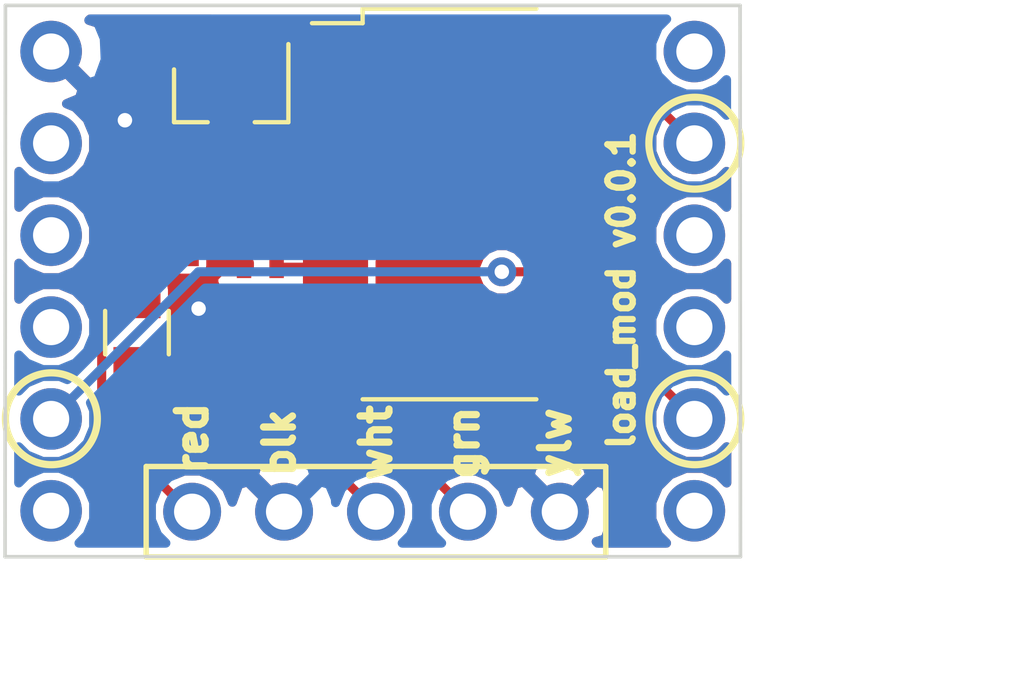
<source format=kicad_pcb>
(kicad_pcb (version 20171130) (host pcbnew "(5.0.1-3-g963ef8bb5)")

  (general
    (thickness 1.6)
    (drawings 11)
    (tracks 71)
    (zones 0)
    (modules 15)
    (nets 25)
  )

  (page A4)
  (layers
    (0 F.Cu signal)
    (31 B.Cu signal)
    (32 B.Adhes user)
    (33 F.Adhes user)
    (34 B.Paste user)
    (35 F.Paste user)
    (36 B.SilkS user)
    (37 F.SilkS user)
    (38 B.Mask user)
    (39 F.Mask user)
    (40 Dwgs.User user)
    (41 Cmts.User user)
    (42 Eco1.User user)
    (43 Eco2.User user)
    (44 Edge.Cuts user)
    (45 Margin user)
    (46 B.CrtYd user)
    (47 F.CrtYd user)
    (48 B.Fab user)
    (49 F.Fab user)
  )

  (setup
    (last_trace_width 0.25)
    (trace_clearance 0.2)
    (zone_clearance 0.2)
    (zone_45_only no)
    (trace_min 0.2)
    (segment_width 0.2)
    (edge_width 0.15)
    (via_size 0.8)
    (via_drill 0.4)
    (via_min_size 0.4)
    (via_min_drill 0.3)
    (uvia_size 0.3)
    (uvia_drill 0.1)
    (uvias_allowed no)
    (uvia_min_size 0.2)
    (uvia_min_drill 0.1)
    (pcb_text_width 0.3)
    (pcb_text_size 1.5 1.5)
    (mod_edge_width 0.15)
    (mod_text_size 1 1)
    (mod_text_width 0.15)
    (pad_size 1.524 1.524)
    (pad_drill 0.762)
    (pad_to_mask_clearance 0.051)
    (solder_mask_min_width 0.25)
    (aux_axis_origin 0 0)
    (grid_origin 162.4811 75.7886)
    (visible_elements FFFFFF7F)
    (pcbplotparams
      (layerselection 0x310fc_ffffffff)
      (usegerberextensions false)
      (usegerberattributes false)
      (usegerberadvancedattributes false)
      (creategerberjobfile false)
      (excludeedgelayer true)
      (linewidth 0.100000)
      (plotframeref false)
      (viasonmask false)
      (mode 1)
      (useauxorigin false)
      (hpglpennumber 1)
      (hpglpenspeed 20)
      (hpglpendiameter 15.000000)
      (psnegative false)
      (psa4output false)
      (plotreference true)
      (plotvalue true)
      (plotinvisibletext false)
      (padsonsilk false)
      (subtractmaskfromsilk false)
      (outputformat 1)
      (mirror false)
      (drillshape 0)
      (scaleselection 1)
      (outputdirectory "gerber/"))
  )

  (net 0 "")
  (net 1 "Net-(J2-Pad8)")
  (net 2 /SCK)
  (net 3 "Net-(J2-Pad10)")
  (net 4 "Net-(J2-Pad3)")
  (net 5 "Net-(J2-Pad9)")
  (net 6 GND)
  (net 7 /DAT)
  (net 8 "Net-(J2-Pad4)")
  (net 9 "Net-(J2-Pad6)")
  (net 10 +3V3)
  (net 11 "Net-(Q1-Pad1)")
  (net 12 "Net-(L1-Pad2)")
  (net 13 "Net-(U1-Pad13)")
  (net 14 "Net-(U1-Pad10)")
  (net 15 "Net-(U1-Pad9)")
  (net 16 "Net-(C4-Pad2)")
  (net 17 "Net-(C4-Pad1)")
  (net 18 "Net-(C3-Pad2)")
  (net 19 "Net-(R1-Pad2)")
  (net 20 "Net-(C1-Pad1)")
  (net 21 /A-)
  (net 22 /A+)
  (net 23 "Net-(J2-Pad1)")
  (net 24 "Net-(J2-Pad12)")

  (net_class Default "Ceci est la Netclass par défaut."
    (clearance 0.2)
    (trace_width 0.25)
    (via_dia 0.8)
    (via_drill 0.4)
    (uvia_dia 0.3)
    (uvia_drill 0.1)
    (add_net +3V3)
    (add_net /A+)
    (add_net /A-)
    (add_net /DAT)
    (add_net /SCK)
    (add_net GND)
    (add_net "Net-(C1-Pad1)")
    (add_net "Net-(C3-Pad2)")
    (add_net "Net-(C4-Pad1)")
    (add_net "Net-(C4-Pad2)")
    (add_net "Net-(J2-Pad1)")
    (add_net "Net-(J2-Pad10)")
    (add_net "Net-(J2-Pad12)")
    (add_net "Net-(J2-Pad3)")
    (add_net "Net-(J2-Pad4)")
    (add_net "Net-(J2-Pad6)")
    (add_net "Net-(J2-Pad8)")
    (add_net "Net-(J2-Pad9)")
    (add_net "Net-(L1-Pad2)")
    (add_net "Net-(Q1-Pad1)")
    (add_net "Net-(R1-Pad2)")
    (add_net "Net-(U1-Pad10)")
    (add_net "Net-(U1-Pad13)")
    (add_net "Net-(U1-Pad9)")
  )

  (module Common_Footprint:SOP-16_4.4x10.4mm_Pitch1.27mm (layer F.Cu) (tedit 5D19E2EA) (tstamp 5D19F484)
    (at 174.752 81.28)
    (descr "16-Lead Plastic Small Outline http://www.vishay.com/docs/49633/sg2098.pdf")
    (tags "SOP 1.27")
    (path /5D0D051D)
    (attr smd)
    (fp_text reference U1 (at 0 -6.2) (layer F.SilkS) hide
      (effects (font (size 1 1) (thickness 0.15)))
    )
    (fp_text value HX711 (at 0 6.1) (layer F.Fab) hide
      (effects (font (size 1 1) (thickness 0.15)))
    )
    (fp_text user %R (at 0 0) (layer F.Fab)
      (effects (font (size 0.8 0.8) (thickness 0.15)))
    )
    (fp_line (start -2.2 -4.6) (end -1.6 -5.2) (layer F.Fab) (width 0.1))
    (fp_line (start -2.4 -5.4) (end -2.4 -5) (layer F.SilkS) (width 0.12))
    (fp_line (start -2.4 -5) (end -3.8 -5) (layer F.SilkS) (width 0.12))
    (fp_line (start -1.6 -5.2) (end 2.2 -5.2) (layer F.Fab) (width 0.1))
    (fp_line (start 2.2 -5.2) (end 2.2 5.2) (layer F.Fab) (width 0.1))
    (fp_line (start 2.2 5.2) (end -2.2 5.2) (layer F.Fab) (width 0.1))
    (fp_line (start -2.2 5.2) (end -2.2 -4.6) (layer F.Fab) (width 0.1))
    (fp_line (start -2.4 -5.4) (end 2.4 -5.4) (layer F.SilkS) (width 0.12))
    (fp_line (start -2.4 5.4) (end 2.4 5.4) (layer F.SilkS) (width 0.12))
    (fp_line (start -4.05 -5.45) (end 4.05 -5.45) (layer F.CrtYd) (width 0.05))
    (fp_line (start -4.05 -5.45) (end -4.05 5.45) (layer F.CrtYd) (width 0.05))
    (fp_line (start 4.05 5.45) (end 4.05 -5.45) (layer F.CrtYd) (width 0.05))
    (fp_line (start 4.05 5.45) (end -4.05 5.45) (layer F.CrtYd) (width 0.05))
    (pad 1 smd rect (at -3.15 -4.45) (size 1.8 0.8) (layers F.Cu F.Paste F.Mask)
      (net 10 +3V3))
    (pad 2 smd rect (at -3.15 -3.17) (size 1.8 0.8) (layers F.Cu F.Paste F.Mask)
      (net 11 "Net-(Q1-Pad1)"))
    (pad 3 smd rect (at -3.15 -1.91) (size 1.8 0.8) (layers F.Cu F.Paste F.Mask)
      (net 12 "Net-(L1-Pad2)"))
    (pad 4 smd rect (at -3.15 -0.64) (size 1.8 0.8) (layers F.Cu F.Paste F.Mask)
      (net 19 "Net-(R1-Pad2)"))
    (pad 5 smd rect (at -3.15 0.64) (size 1.8 0.8) (layers F.Cu F.Paste F.Mask)
      (net 6 GND))
    (pad 6 smd rect (at -3.15 1.91) (size 1.8 0.8) (layers F.Cu F.Paste F.Mask)
      (net 18 "Net-(C3-Pad2)"))
    (pad 7 smd rect (at -3.15 3.17) (size 1.8 0.8) (layers F.Cu F.Paste F.Mask)
      (net 17 "Net-(C4-Pad1)"))
    (pad 8 smd rect (at -3.15 4.45) (size 1.8 0.8) (layers F.Cu F.Paste F.Mask)
      (net 16 "Net-(C4-Pad2)"))
    (pad 9 smd rect (at 3.15 4.45) (size 1.8 0.8) (layers F.Cu F.Paste F.Mask)
      (net 15 "Net-(U1-Pad9)"))
    (pad 10 smd rect (at 3.15 3.17) (size 1.8 0.8) (layers F.Cu F.Paste F.Mask)
      (net 14 "Net-(U1-Pad10)"))
    (pad 11 smd rect (at 3.15 1.91) (size 1.8 0.8) (layers F.Cu F.Paste F.Mask)
      (net 2 /SCK))
    (pad 12 smd rect (at 3.15 0.64) (size 1.8 0.8) (layers F.Cu F.Paste F.Mask)
      (net 7 /DAT))
    (pad 13 smd rect (at 3.15 -0.64) (size 1.8 0.8) (layers F.Cu F.Paste F.Mask)
      (net 13 "Net-(U1-Pad13)"))
    (pad 14 smd rect (at 3.15 -1.91) (size 1.8 0.8) (layers F.Cu F.Paste F.Mask)
      (net 6 GND))
    (pad 15 smd rect (at 3.15 -3.17) (size 1.8 0.8) (layers F.Cu F.Paste F.Mask)
      (net 6 GND))
    (pad 16 smd rect (at 3.15 -4.45) (size 1.8 0.8) (layers F.Cu F.Paste F.Mask)
      (net 10 +3V3))
    (model ${KISYS3DMOD}/SOP16.STEP
      (at (xyz 0 0 0))
      (scale (xyz 1 1 1))
      (rotate (xyz 0 0 180))
    )
  )

  (module Common_Footprint:826926-5 (layer F.Cu) (tedit 5D19D994) (tstamp 5D19EE43)
    (at 172.72 89.789)
    (path /5D1BF487)
    (fp_text reference J1 (at -4.3 2.2) (layer F.Fab) hide
      (effects (font (size 1 1) (thickness 0.15)))
    )
    (fp_text value Header5Contacts (at -2.5 -2) (layer F.Fab) hide
      (effects (font (size 1 1) (thickness 0.15)))
    )
    (fp_line (start -6.35 -1.25) (end -6.35 1.25) (layer F.SilkS) (width 0.15))
    (fp_line (start 6.35 -1.25) (end 6.35 1.25) (layer F.SilkS) (width 0.15))
    (fp_line (start -6.35 1.25) (end 6.35 1.25) (layer F.SilkS) (width 0.15))
    (fp_line (start -6.35 -1.25) (end 6.35 -1.25) (layer F.SilkS) (width 0.15))
    (pad 5 thru_hole circle (at 5.08 0) (size 1.6 1.6) (drill 1) (layers *.Cu *.Mask)
      (net 6 GND))
    (pad 4 thru_hole circle (at 2.54 0) (size 1.6 1.6) (drill 1) (layers *.Cu *.Mask)
      (net 22 /A+))
    (pad 3 thru_hole circle (at 0 0) (size 1.6 1.6) (drill 1) (layers *.Cu *.Mask)
      (net 21 /A-))
    (pad 2 thru_hole circle (at -2.54 0) (size 1.6 1.6) (drill 1) (layers *.Cu *.Mask)
      (net 6 GND))
    (pad 1 thru_hole circle (at -5.08 0) (size 1.6 1.6) (drill 1) (layers *.Cu *.Mask)
      (net 20 "Net-(C1-Pad1)"))
    (model ${KISYS3DMOD}/Connector_5cts_p2.54-826629-5.stp
      (offset (xyz 0.04999999924907534 0 2.89999995644637))
      (scale (xyz 1 1 1))
      (rotate (xyz 0 0 0))
    )
  )

  (module Common_Footprint:1008 (layer F.Cu) (tedit 5D19D74E) (tstamp 5D19EE49)
    (at 166.624 81.649 90)
    (path /5D1A64EC)
    (fp_text reference L1 (at 0 0 90) (layer F.Fab)
      (effects (font (size 1 1) (thickness 0.15)))
    )
    (fp_text value 3.3uh (at 0 -2.032 90) (layer F.Fab) hide
      (effects (font (size 1 1) (thickness 0.15)))
    )
    (pad 2 smd rect (at 0.75 0 180) (size 2.4 1.2) (layers F.Cu F.Paste F.Mask)
      (net 12 "Net-(L1-Pad2)"))
    (pad 1 smd rect (at -0.75 0 180) (size 2.4 1.2) (layers F.Cu F.Paste F.Mask)
      (net 20 "Net-(C1-Pad1)"))
    (model ${KISYS3DMOD}/1008.STEP
      (offset (xyz 0 -1.1 0.9))
      (scale (xyz 1 1 1))
      (rotate (xyz 0 0 0))
    )
  )

  (module Common_Footprint:R_0402_NoSilk (layer F.Cu) (tedit 5E8B6747) (tstamp 5D19EE36)
    (at 169.6511 86.3296)
    (descr "Resistor SMD 0402, reflow soldering, Vishay (see dcrcw.pdf)")
    (tags "resistor 0402")
    (path /5D1AF3F5)
    (attr smd)
    (fp_text reference R4 (at 0 0) (layer F.Fab)
      (effects (font (size 0.25 0.25) (thickness 0.0625)))
    )
    (fp_text value 100 (at 0 1.25) (layer F.Fab) hide
      (effects (font (size 1 1) (thickness 0.15)))
    )
    (fp_line (start 0.8 0.45) (end -0.8 0.45) (layer F.CrtYd) (width 0.05))
    (fp_line (start 0.8 0.45) (end 0.8 -0.45) (layer F.CrtYd) (width 0.05))
    (fp_line (start -0.8 -0.45) (end -0.8 0.45) (layer F.CrtYd) (width 0.05))
    (fp_line (start -0.8 -0.45) (end 0.8 -0.45) (layer F.CrtYd) (width 0.05))
    (fp_line (start -0.5 -0.25) (end 0.5 -0.25) (layer F.Fab) (width 0.1))
    (fp_line (start 0.5 -0.25) (end 0.5 0.25) (layer F.Fab) (width 0.1))
    (fp_line (start 0.5 0.25) (end -0.5 0.25) (layer F.Fab) (width 0.1))
    (fp_line (start -0.5 0.25) (end -0.5 -0.25) (layer F.Fab) (width 0.1))
    (pad 2 smd rect (at 0.45 0) (size 0.4 0.6) (layers F.Cu F.Paste F.Mask)
      (net 16 "Net-(C4-Pad2)"))
    (pad 1 smd rect (at -0.45 0) (size 0.4 0.6) (layers F.Cu F.Paste F.Mask)
      (net 22 /A+))
    (model "${KISYS3DMOD}/0402 SMD Resistor.step"
      (at (xyz 0 0 0))
      (scale (xyz 1 1 1))
      (rotate (xyz 0 0 90))
    )
  )

  (module Common_Footprint:R_0402_NoSilk (layer F.Cu) (tedit 5E8B6747) (tstamp 5D19EE28)
    (at 168.9581 84.8746 90)
    (descr "Resistor SMD 0402, reflow soldering, Vishay (see dcrcw.pdf)")
    (tags "resistor 0402")
    (path /5D1ADCA7)
    (attr smd)
    (fp_text reference R3 (at 0 0 90) (layer F.Fab)
      (effects (font (size 0.25 0.25) (thickness 0.0625)))
    )
    (fp_text value 100 (at 0 1.25 90) (layer F.Fab) hide
      (effects (font (size 1 1) (thickness 0.15)))
    )
    (fp_line (start 0.8 0.45) (end -0.8 0.45) (layer F.CrtYd) (width 0.05))
    (fp_line (start 0.8 0.45) (end 0.8 -0.45) (layer F.CrtYd) (width 0.05))
    (fp_line (start -0.8 -0.45) (end -0.8 0.45) (layer F.CrtYd) (width 0.05))
    (fp_line (start -0.8 -0.45) (end 0.8 -0.45) (layer F.CrtYd) (width 0.05))
    (fp_line (start -0.5 -0.25) (end 0.5 -0.25) (layer F.Fab) (width 0.1))
    (fp_line (start 0.5 -0.25) (end 0.5 0.25) (layer F.Fab) (width 0.1))
    (fp_line (start 0.5 0.25) (end -0.5 0.25) (layer F.Fab) (width 0.1))
    (fp_line (start -0.5 0.25) (end -0.5 -0.25) (layer F.Fab) (width 0.1))
    (pad 2 smd rect (at 0.45 0 90) (size 0.4 0.6) (layers F.Cu F.Paste F.Mask)
      (net 17 "Net-(C4-Pad1)"))
    (pad 1 smd rect (at -0.45 0 90) (size 0.4 0.6) (layers F.Cu F.Paste F.Mask)
      (net 21 /A-))
    (model "${KISYS3DMOD}/0402 SMD Resistor.step"
      (at (xyz 0 0 0))
      (scale (xyz 1 1 1))
      (rotate (xyz 0 0 90))
    )
  )

  (module Common_Footprint:R_0402_NoSilk (layer F.Cu) (tedit 5E8B6747) (tstamp 5D19EE1A)
    (at 169.5241 81.8846 180)
    (descr "Resistor SMD 0402, reflow soldering, Vishay (see dcrcw.pdf)")
    (tags "resistor 0402")
    (path /5D1A53CC)
    (attr smd)
    (fp_text reference R2 (at 0 0 180) (layer F.Fab)
      (effects (font (size 0.25 0.25) (thickness 0.0625)))
    )
    (fp_text value 8.2K (at 0 1.25 180) (layer F.Fab) hide
      (effects (font (size 1 1) (thickness 0.15)))
    )
    (fp_line (start 0.8 0.45) (end -0.8 0.45) (layer F.CrtYd) (width 0.05))
    (fp_line (start 0.8 0.45) (end 0.8 -0.45) (layer F.CrtYd) (width 0.05))
    (fp_line (start -0.8 -0.45) (end -0.8 0.45) (layer F.CrtYd) (width 0.05))
    (fp_line (start -0.8 -0.45) (end 0.8 -0.45) (layer F.CrtYd) (width 0.05))
    (fp_line (start -0.5 -0.25) (end 0.5 -0.25) (layer F.Fab) (width 0.1))
    (fp_line (start 0.5 -0.25) (end 0.5 0.25) (layer F.Fab) (width 0.1))
    (fp_line (start 0.5 0.25) (end -0.5 0.25) (layer F.Fab) (width 0.1))
    (fp_line (start -0.5 0.25) (end -0.5 -0.25) (layer F.Fab) (width 0.1))
    (pad 2 smd rect (at 0.45 0 180) (size 0.4 0.6) (layers F.Cu F.Paste F.Mask)
      (net 6 GND))
    (pad 1 smd rect (at -0.45 0 180) (size 0.4 0.6) (layers F.Cu F.Paste F.Mask)
      (net 19 "Net-(R1-Pad2)"))
    (model "${KISYS3DMOD}/0402 SMD Resistor.step"
      (at (xyz 0 0 0))
      (scale (xyz 1 1 1))
      (rotate (xyz 0 0 90))
    )
  )

  (module Common_Footprint:R_0402_NoSilk (layer F.Cu) (tedit 5E8B6747) (tstamp 5D19EE0C)
    (at 169.5241 80.7416)
    (descr "Resistor SMD 0402, reflow soldering, Vishay (see dcrcw.pdf)")
    (tags "resistor 0402")
    (path /5D1A52F5)
    (attr smd)
    (fp_text reference R1 (at 0 0) (layer F.Fab)
      (effects (font (size 0.25 0.25) (thickness 0.0625)))
    )
    (fp_text value 20K (at 0 1.25) (layer F.Fab) hide
      (effects (font (size 1 1) (thickness 0.15)))
    )
    (fp_line (start 0.8 0.45) (end -0.8 0.45) (layer F.CrtYd) (width 0.05))
    (fp_line (start 0.8 0.45) (end 0.8 -0.45) (layer F.CrtYd) (width 0.05))
    (fp_line (start -0.8 -0.45) (end -0.8 0.45) (layer F.CrtYd) (width 0.05))
    (fp_line (start -0.8 -0.45) (end 0.8 -0.45) (layer F.CrtYd) (width 0.05))
    (fp_line (start -0.5 -0.25) (end 0.5 -0.25) (layer F.Fab) (width 0.1))
    (fp_line (start 0.5 -0.25) (end 0.5 0.25) (layer F.Fab) (width 0.1))
    (fp_line (start 0.5 0.25) (end -0.5 0.25) (layer F.Fab) (width 0.1))
    (fp_line (start -0.5 0.25) (end -0.5 -0.25) (layer F.Fab) (width 0.1))
    (pad 2 smd rect (at 0.45 0) (size 0.4 0.6) (layers F.Cu F.Paste F.Mask)
      (net 19 "Net-(R1-Pad2)"))
    (pad 1 smd rect (at -0.45 0) (size 0.4 0.6) (layers F.Cu F.Paste F.Mask)
      (net 12 "Net-(L1-Pad2)"))
    (model "${KISYS3DMOD}/0402 SMD Resistor.step"
      (at (xyz 0 0 0))
      (scale (xyz 1 1 1))
      (rotate (xyz 0 0 90))
    )
  )

  (module Common_Footprint:R_0402_NoSilk (layer F.Cu) (tedit 5E8B6747) (tstamp 5D19EDFE)
    (at 179.578 77.782 270)
    (descr "Resistor SMD 0402, reflow soldering, Vishay (see dcrcw.pdf)")
    (tags "resistor 0402")
    (path /5D1ABA45)
    (attr smd)
    (fp_text reference C6 (at 0 0 270) (layer F.Fab)
      (effects (font (size 0.25 0.25) (thickness 0.0625)))
    )
    (fp_text value 0.1uf (at 0 1.25 270) (layer F.Fab) hide
      (effects (font (size 1 1) (thickness 0.15)))
    )
    (fp_line (start 0.8 0.45) (end -0.8 0.45) (layer F.CrtYd) (width 0.05))
    (fp_line (start 0.8 0.45) (end 0.8 -0.45) (layer F.CrtYd) (width 0.05))
    (fp_line (start -0.8 -0.45) (end -0.8 0.45) (layer F.CrtYd) (width 0.05))
    (fp_line (start -0.8 -0.45) (end 0.8 -0.45) (layer F.CrtYd) (width 0.05))
    (fp_line (start -0.5 -0.25) (end 0.5 -0.25) (layer F.Fab) (width 0.1))
    (fp_line (start 0.5 -0.25) (end 0.5 0.25) (layer F.Fab) (width 0.1))
    (fp_line (start 0.5 0.25) (end -0.5 0.25) (layer F.Fab) (width 0.1))
    (fp_line (start -0.5 0.25) (end -0.5 -0.25) (layer F.Fab) (width 0.1))
    (pad 2 smd rect (at 0.45 0 270) (size 0.4 0.6) (layers F.Cu F.Paste F.Mask)
      (net 6 GND))
    (pad 1 smd rect (at -0.45 0 270) (size 0.4 0.6) (layers F.Cu F.Paste F.Mask)
      (net 10 +3V3))
    (model "${KISYS3DMOD}/0402 SMD Resistor.step"
      (at (xyz 0 0 0))
      (scale (xyz 1 1 1))
      (rotate (xyz 0 0 90))
    )
  )

  (module Common_Footprint:R_0402_NoSilk (layer F.Cu) (tedit 5E8B6747) (tstamp 5D19EDF0)
    (at 165.92 77.216 180)
    (descr "Resistor SMD 0402, reflow soldering, Vishay (see dcrcw.pdf)")
    (tags "resistor 0402")
    (path /5D1ABAA1)
    (attr smd)
    (fp_text reference C5 (at 0 0 180) (layer F.Fab)
      (effects (font (size 0.25 0.25) (thickness 0.0625)))
    )
    (fp_text value 0.1uf (at 0 1.25 180) (layer F.Fab) hide
      (effects (font (size 1 1) (thickness 0.15)))
    )
    (fp_line (start 0.8 0.45) (end -0.8 0.45) (layer F.CrtYd) (width 0.05))
    (fp_line (start 0.8 0.45) (end 0.8 -0.45) (layer F.CrtYd) (width 0.05))
    (fp_line (start -0.8 -0.45) (end -0.8 0.45) (layer F.CrtYd) (width 0.05))
    (fp_line (start -0.8 -0.45) (end 0.8 -0.45) (layer F.CrtYd) (width 0.05))
    (fp_line (start -0.5 -0.25) (end 0.5 -0.25) (layer F.Fab) (width 0.1))
    (fp_line (start 0.5 -0.25) (end 0.5 0.25) (layer F.Fab) (width 0.1))
    (fp_line (start 0.5 0.25) (end -0.5 0.25) (layer F.Fab) (width 0.1))
    (fp_line (start -0.5 0.25) (end -0.5 -0.25) (layer F.Fab) (width 0.1))
    (pad 2 smd rect (at 0.45 0 180) (size 0.4 0.6) (layers F.Cu F.Paste F.Mask)
      (net 6 GND))
    (pad 1 smd rect (at -0.45 0 180) (size 0.4 0.6) (layers F.Cu F.Paste F.Mask)
      (net 10 +3V3))
    (model "${KISYS3DMOD}/0402 SMD Resistor.step"
      (at (xyz 0 0 0))
      (scale (xyz 1 1 1))
      (rotate (xyz 0 0 90))
    )
  )

  (module Common_Footprint:R_0402_NoSilk (layer F.Cu) (tedit 5E8B6747) (tstamp 5D19EDE2)
    (at 170.053 84.8746 270)
    (descr "Resistor SMD 0402, reflow soldering, Vishay (see dcrcw.pdf)")
    (tags "resistor 0402")
    (path /5D1AB6E8)
    (attr smd)
    (fp_text reference C4 (at 0 0 270) (layer F.Fab)
      (effects (font (size 0.25 0.25) (thickness 0.0625)))
    )
    (fp_text value 0.1uf (at 0 1.25 270) (layer F.Fab) hide
      (effects (font (size 1 1) (thickness 0.15)))
    )
    (fp_line (start 0.8 0.45) (end -0.8 0.45) (layer F.CrtYd) (width 0.05))
    (fp_line (start 0.8 0.45) (end 0.8 -0.45) (layer F.CrtYd) (width 0.05))
    (fp_line (start -0.8 -0.45) (end -0.8 0.45) (layer F.CrtYd) (width 0.05))
    (fp_line (start -0.8 -0.45) (end 0.8 -0.45) (layer F.CrtYd) (width 0.05))
    (fp_line (start -0.5 -0.25) (end 0.5 -0.25) (layer F.Fab) (width 0.1))
    (fp_line (start 0.5 -0.25) (end 0.5 0.25) (layer F.Fab) (width 0.1))
    (fp_line (start 0.5 0.25) (end -0.5 0.25) (layer F.Fab) (width 0.1))
    (fp_line (start -0.5 0.25) (end -0.5 -0.25) (layer F.Fab) (width 0.1))
    (pad 2 smd rect (at 0.45 0 270) (size 0.4 0.6) (layers F.Cu F.Paste F.Mask)
      (net 16 "Net-(C4-Pad2)"))
    (pad 1 smd rect (at -0.45 0 270) (size 0.4 0.6) (layers F.Cu F.Paste F.Mask)
      (net 17 "Net-(C4-Pad1)"))
    (model "${KISYS3DMOD}/0402 SMD Resistor.step"
      (at (xyz 0 0 0))
      (scale (xyz 1 1 1))
      (rotate (xyz 0 0 90))
    )
  )

  (module Common_Footprint:R_0402_NoSilk (layer F.Cu) (tedit 5E8B6747) (tstamp 5D19EDD4)
    (at 169.5241 83.0276)
    (descr "Resistor SMD 0402, reflow soldering, Vishay (see dcrcw.pdf)")
    (tags "resistor 0402")
    (path /5D1AB4E1)
    (attr smd)
    (fp_text reference C3 (at 0 0) (layer F.Fab)
      (effects (font (size 0.25 0.25) (thickness 0.0625)))
    )
    (fp_text value 0.1uf (at 0 1.25) (layer F.Fab) hide
      (effects (font (size 1 1) (thickness 0.15)))
    )
    (fp_line (start 0.8 0.45) (end -0.8 0.45) (layer F.CrtYd) (width 0.05))
    (fp_line (start 0.8 0.45) (end 0.8 -0.45) (layer F.CrtYd) (width 0.05))
    (fp_line (start -0.8 -0.45) (end -0.8 0.45) (layer F.CrtYd) (width 0.05))
    (fp_line (start -0.8 -0.45) (end 0.8 -0.45) (layer F.CrtYd) (width 0.05))
    (fp_line (start -0.5 -0.25) (end 0.5 -0.25) (layer F.Fab) (width 0.1))
    (fp_line (start 0.5 -0.25) (end 0.5 0.25) (layer F.Fab) (width 0.1))
    (fp_line (start 0.5 0.25) (end -0.5 0.25) (layer F.Fab) (width 0.1))
    (fp_line (start -0.5 0.25) (end -0.5 -0.25) (layer F.Fab) (width 0.1))
    (pad 2 smd rect (at 0.45 0) (size 0.4 0.6) (layers F.Cu F.Paste F.Mask)
      (net 18 "Net-(C3-Pad2)"))
    (pad 1 smd rect (at -0.45 0) (size 0.4 0.6) (layers F.Cu F.Paste F.Mask)
      (net 6 GND))
    (model "${KISYS3DMOD}/0402 SMD Resistor.step"
      (at (xyz 0 0 0))
      (scale (xyz 1 1 1))
      (rotate (xyz 0 0 90))
    )
  )

  (module Common_Footprint:R_0402_NoSilk (layer F.Cu) (tedit 5E8B6747) (tstamp 5D19EDC6)
    (at 166.116 87.445 90)
    (descr "Resistor SMD 0402, reflow soldering, Vishay (see dcrcw.pdf)")
    (tags "resistor 0402")
    (path /5D1AB8F3)
    (attr smd)
    (fp_text reference C1 (at 0 0 90) (layer F.Fab)
      (effects (font (size 0.25 0.25) (thickness 0.0625)))
    )
    (fp_text value 0.1uf (at 0 1.25 90) (layer F.Fab) hide
      (effects (font (size 1 1) (thickness 0.15)))
    )
    (fp_line (start 0.8 0.45) (end -0.8 0.45) (layer F.CrtYd) (width 0.05))
    (fp_line (start 0.8 0.45) (end 0.8 -0.45) (layer F.CrtYd) (width 0.05))
    (fp_line (start -0.8 -0.45) (end -0.8 0.45) (layer F.CrtYd) (width 0.05))
    (fp_line (start -0.8 -0.45) (end 0.8 -0.45) (layer F.CrtYd) (width 0.05))
    (fp_line (start -0.5 -0.25) (end 0.5 -0.25) (layer F.Fab) (width 0.1))
    (fp_line (start 0.5 -0.25) (end 0.5 0.25) (layer F.Fab) (width 0.1))
    (fp_line (start 0.5 0.25) (end -0.5 0.25) (layer F.Fab) (width 0.1))
    (fp_line (start -0.5 0.25) (end -0.5 -0.25) (layer F.Fab) (width 0.1))
    (pad 2 smd rect (at 0.45 0 90) (size 0.4 0.6) (layers F.Cu F.Paste F.Mask)
      (net 6 GND))
    (pad 1 smd rect (at -0.45 0 90) (size 0.4 0.6) (layers F.Cu F.Paste F.Mask)
      (net 20 "Net-(C1-Pad1)"))
    (model "${KISYS3DMOD}/0402 SMD Resistor.step"
      (at (xyz 0 0 0))
      (scale (xyz 1 1 1))
      (rotate (xyz 0 0 90))
    )
  )

  (module Common_Footprint:R_0805 (layer F.Cu) (tedit 5BE5A41E) (tstamp 5D19EDA7)
    (at 166.116 84.836 270)
    (descr "Resistor SMD 0805, hand soldering")
    (tags "resistor 0805")
    (path /5D1AB876)
    (attr smd)
    (fp_text reference C2 (at -0.04 1.67 270) (layer F.SilkS) hide
      (effects (font (size 0.75 0.75) (thickness 0.15)))
    )
    (fp_text value 10uf (at 0.08 3.86 270) (layer F.Fab) hide
      (effects (font (size 1 1) (thickness 0.15)))
    )
    (fp_text user %R (at 0 0 270) (layer F.Fab)
      (effects (font (size 0.5 0.5) (thickness 0.075)))
    )
    (fp_line (start -1 0.62) (end -1 -0.62) (layer F.Fab) (width 0.1))
    (fp_line (start 1 0.62) (end -1 0.62) (layer F.Fab) (width 0.1))
    (fp_line (start 1 -0.62) (end 1 0.62) (layer F.Fab) (width 0.1))
    (fp_line (start -1 -0.62) (end 1 -0.62) (layer F.Fab) (width 0.1))
    (fp_line (start 0.6 0.88) (end -0.6 0.88) (layer F.SilkS) (width 0.12))
    (fp_line (start -0.6 -0.88) (end 0.6 -0.88) (layer F.SilkS) (width 0.12))
    (fp_line (start -1.5 -0.9) (end 1.5 -0.9) (layer F.CrtYd) (width 0.05))
    (fp_line (start -1.5 -0.9) (end -1.5 0.9) (layer F.CrtYd) (width 0.05))
    (fp_line (start 1.5 0.9) (end 1.5 -0.9) (layer F.CrtYd) (width 0.05))
    (fp_line (start 1.5 0.9) (end -1.5 0.9) (layer F.CrtYd) (width 0.05))
    (pad 1 smd rect (at -0.8 0 270) (size 0.8 1.3) (layers F.Cu F.Paste F.Mask)
      (net 20 "Net-(C1-Pad1)"))
    (pad 2 smd rect (at 0.8 0 270) (size 0.8 1.3) (layers F.Cu F.Paste F.Mask)
      (net 6 GND))
    (model "${KISYS3DMOD}/0805 SMD Resistor.STEP"
      (at (xyz 0 0 0))
      (scale (xyz 1 1 1))
      (rotate (xyz -90 0 0))
    )
  )

  (module Common_Footprint:SOT-23 (layer F.Cu) (tedit 5AB3C0F4) (tstamp 5D19ED74)
    (at 168.91 77.978 270)
    (path /5D1A51AE)
    (fp_text reference Q1 (at -0.127 0.127 270) (layer F.SilkS) hide
      (effects (font (size 1 1) (thickness 0.15)))
    )
    (fp_text value Q_NPN_BEC (at 0.1 -3.6 270) (layer F.Fab) hide
      (effects (font (size 1 1) (thickness 0.15)))
    )
    (fp_line (start -0.42 -0.76) (end -0.42 1.69) (layer F.Fab) (width 0.1))
    (fp_line (start 0.13 -1.33) (end 0.98 -1.33) (layer F.Fab) (width 0.1))
    (fp_line (start 1.04 1.77) (end -0.42 1.77) (layer F.SilkS) (width 0.12))
    (fp_line (start 1.04 -1.39) (end -1.12 -1.39) (layer F.SilkS) (width 0.12))
    (fp_line (start -1.42 1.94) (end -1.42 -1.56) (layer F.CrtYd) (width 0.05))
    (fp_line (start 1.98 1.94) (end -1.42 1.94) (layer F.CrtYd) (width 0.05))
    (fp_line (start 1.98 -1.56) (end 1.98 1.94) (layer F.CrtYd) (width 0.05))
    (fp_line (start -1.42 -1.56) (end 1.98 -1.56) (layer F.CrtYd) (width 0.05))
    (fp_line (start 1.04 -1.39) (end 1.04 -0.46) (layer F.SilkS) (width 0.12))
    (fp_line (start 1.04 1.77) (end 1.04 0.84) (layer F.SilkS) (width 0.12))
    (fp_line (start -0.42 1.71) (end 0.98 1.71) (layer F.Fab) (width 0.1))
    (fp_line (start 0.98 -1.33) (end 0.98 1.71) (layer F.Fab) (width 0.1))
    (fp_line (start -0.42 -0.76) (end 0.13 -1.33) (layer F.Fab) (width 0.1))
    (fp_text user %R (at 0.28 0.19) (layer F.Fab)
      (effects (font (size 0.5 0.5) (thickness 0.075)))
    )
    (pad 3 smd rect (at 1.28 0.19 270) (size 0.9 0.8) (layers F.Cu F.Paste F.Mask)
      (net 12 "Net-(L1-Pad2)"))
    (pad 2 smd rect (at -0.72 1.14 270) (size 0.9 0.8) (layers F.Cu F.Paste F.Mask)
      (net 10 +3V3))
    (pad 1 smd rect (at -0.72 -0.76 270) (size 0.9 0.8) (layers F.Cu F.Paste F.Mask)
      (net 11 "Net-(Q1-Pad1)"))
    (model ${KISYS3DMOD}/SOT-23.step
      (offset (xyz 0.25 -0.15 0.5))
      (scale (xyz 1 1 1))
      (rotate (xyz -90 0 -90))
    )
  )

  (module Common_Footprint:l0_Shield_Socket locked (layer F.Cu) (tedit 5C657850) (tstamp 5D19ED5F)
    (at 172.6311 83.4136)
    (path /5D012234)
    (fp_text reference J2 (at 0 0.5) (layer F.SilkS) hide
      (effects (font (size 1 1) (thickness 0.15)))
    )
    (fp_text value l0_Shield_Socket (at 0 -0.5) (layer F.Fab) hide
      (effects (font (size 1 1) (thickness 0.15)))
    )
    (fp_line (start -10.15 -7.625) (end -10.16 7.62) (layer Edge.Cuts) (width 0.1))
    (fp_line (start -10.15 -7.625) (end 10.15 -7.625) (layer Edge.Cuts) (width 0.1))
    (fp_line (start -10.16 7.62) (end 10.16 7.62) (layer Edge.Cuts) (width 0.1))
    (fp_line (start 10.15 -7.625) (end 10.16 7.62) (layer Edge.Cuts) (width 0.1))
    (pad 5 thru_hole circle (at 8.8875 -3.81 270) (size 1.7 1.7) (drill 1) (layers *.Cu *.Mask)
      (net 10 +3V3))
    (pad 6 thru_hole circle (at 8.8875 -6.35 270) (size 1.7 1.7) (drill 1) (layers *.Cu *.Mask)
      (net 9 "Net-(J2-Pad6)"))
    (pad 2 thru_hole circle (at 8.8875 3.81 270) (size 1.7 1.7) (drill 1) (layers *.Cu *.Mask)
      (net 7 /DAT))
    (pad 4 thru_hole circle (at 8.8875 -1.27 270) (size 1.7 1.7) (drill 1) (layers *.Cu *.Mask)
      (net 8 "Net-(J2-Pad4)"))
    (pad 1 thru_hole circle (at 8.8875 6.35 270) (size 1.7 1.7) (drill 1) (layers *.Cu *.Mask)
      (net 23 "Net-(J2-Pad1)"))
    (pad 7 thru_hole circle (at -8.8875 -6.35 270) (size 1.7 1.7) (drill 1) (layers *.Cu *.Mask)
      (net 6 GND))
    (pad 11 thru_hole circle (at -8.8875 3.81 270) (size 1.7 1.7) (drill 1) (layers *.Cu *.Mask)
      (net 2 /SCK))
    (pad 9 thru_hole circle (at -8.8875 -1.27 270) (size 1.7 1.7) (drill 1) (layers *.Cu *.Mask)
      (net 5 "Net-(J2-Pad9)"))
    (pad 3 thru_hole circle (at 8.8875 1.27 270) (size 1.7 1.7) (drill 1) (layers *.Cu *.Mask)
      (net 4 "Net-(J2-Pad3)"))
    (pad 10 thru_hole circle (at -8.8875 1.27 270) (size 1.7 1.7) (drill 1) (layers *.Cu *.Mask)
      (net 3 "Net-(J2-Pad10)"))
    (pad 12 thru_hole circle (at -8.8875 6.35 270) (size 1.7 1.7) (drill 1) (layers *.Cu *.Mask)
      (net 24 "Net-(J2-Pad12)"))
    (pad 8 thru_hole circle (at -8.8875 -3.81 270) (size 1.7 1.7) (drill 1) (layers *.Cu *.Mask)
      (net 1 "Net-(J2-Pad8)"))
  )

  (dimension 20.32 (width 0.3) (layer F.Fab)
    (gr_text "20.320 mm" (at 172.6411 95.6686) (layer F.Fab)
      (effects (font (size 1.5 1.5) (thickness 0.3)))
    )
    (feature1 (pts (xy 162.4811 91.0286) (xy 162.4811 94.155021)))
    (feature2 (pts (xy 182.8011 91.0286) (xy 182.8011 94.155021)))
    (crossbar (pts (xy 182.8011 93.5686) (xy 162.4811 93.5686)))
    (arrow1a (pts (xy 162.4811 93.5686) (xy 163.607604 92.982179)))
    (arrow1b (pts (xy 162.4811 93.5686) (xy 163.607604 94.155021)))
    (arrow2a (pts (xy 182.8011 93.5686) (xy 181.674596 92.982179)))
    (arrow2b (pts (xy 182.8011 93.5686) (xy 181.674596 94.155021)))
  )
  (dimension 15.24 (width 0.3) (layer F.Fab)
    (gr_text "15.240 mm" (at 188.7111 83.4086 270) (layer F.Fab)
      (effects (font (size 1.5 1.5) (thickness 0.3)))
    )
    (feature1 (pts (xy 182.8011 91.0286) (xy 187.197521 91.0286)))
    (feature2 (pts (xy 182.8011 75.7886) (xy 187.197521 75.7886)))
    (crossbar (pts (xy 186.6111 75.7886) (xy 186.6111 91.0286)))
    (arrow1a (pts (xy 186.6111 91.0286) (xy 186.024679 89.902096)))
    (arrow1b (pts (xy 186.6111 91.0286) (xy 187.197521 89.902096)))
    (arrow2a (pts (xy 186.6111 75.7886) (xy 186.024679 76.915104)))
    (arrow2b (pts (xy 186.6111 75.7886) (xy 187.197521 76.915104)))
  )
  (gr_circle (center 163.7511 87.2186) (end 165.0211 87.2186) (layer F.SilkS) (width 0.2))
  (gr_circle (center 181.5311 87.2186) (end 180.2611 87.2186) (layer F.SilkS) (width 0.2))
  (gr_circle (center 181.5311 79.5986) (end 180.2611 79.5986) (layer F.SilkS) (width 0.2))
  (gr_text "load_mod v0.0.1" (at 179.4991 83.6626 90) (layer F.SilkS)
    (effects (font (size 0.7 0.7) (thickness 0.175)))
  )
  (gr_text ylw (at 177.673 87.884 90) (layer F.SilkS) (tstamp 5D19FF41)
    (effects (font (size 0.8 0.8) (thickness 0.2)))
  )
  (gr_text grn (at 175.133 87.884 90) (layer F.SilkS) (tstamp 5D19FF41)
    (effects (font (size 0.8 0.8) (thickness 0.2)))
  )
  (gr_text wht (at 172.72 87.884 90) (layer F.SilkS) (tstamp 5D19FF41)
    (effects (font (size 0.8 0.8) (thickness 0.2)))
  )
  (gr_text blk (at 170.053 87.884 90) (layer F.SilkS) (tstamp 5D19FF41)
    (effects (font (size 0.8 0.8) (thickness 0.2)))
  )
  (gr_text red (at 167.64 87.757 90) (layer F.SilkS)
    (effects (font (size 0.8 0.8) (thickness 0.2)))
  )

  (via (at 176.1971 83.1546) (size 0.8) (drill 0.4) (layers F.Cu B.Cu) (net 2))
  (segment (start 177.8666 83.1546) (end 177.902 83.19) (width 0.25) (layer F.Cu) (net 2))
  (segment (start 176.1971 83.1546) (end 177.8666 83.1546) (width 0.25) (layer F.Cu) (net 2))
  (segment (start 167.8126 83.1546) (end 163.7436 87.2236) (width 0.25) (layer B.Cu) (net 2))
  (segment (start 176.1971 83.1546) (end 167.8126 83.1546) (width 0.25) (layer B.Cu) (net 2))
  (via (at 165.7831 78.9636) (size 0.8) (drill 0.4) (layers F.Cu B.Cu) (net 6))
  (via (at 167.8189 84.17362) (size 0.8) (drill 0.4) (layers F.Cu B.Cu) (net 6))
  (segment (start 178.802 81.92) (end 180.343599 83.461599) (width 0.25) (layer F.Cu) (net 7))
  (segment (start 177.902 81.92) (end 178.802 81.92) (width 0.25) (layer F.Cu) (net 7))
  (segment (start 180.343599 86.048599) (end 181.5186 87.2236) (width 0.25) (layer F.Cu) (net 7))
  (segment (start 180.343599 83.461599) (end 180.343599 86.048599) (width 0.25) (layer F.Cu) (net 7))
  (segment (start 179.076 76.83) (end 179.578 77.332) (width 0.25) (layer F.Cu) (net 10))
  (segment (start 177.902 76.83) (end 179.076 76.83) (width 0.25) (layer F.Cu) (net 10))
  (segment (start 180.668601 78.322601) (end 179.678 77.332) (width 0.25) (layer F.Cu) (net 10))
  (segment (start 179.678 77.332) (end 179.578 77.332) (width 0.25) (layer F.Cu) (net 10))
  (segment (start 180.668601 78.753601) (end 180.668601 78.322601) (width 0.25) (layer F.Cu) (net 10))
  (segment (start 181.5186 79.6036) (end 180.668601 78.753601) (width 0.25) (layer F.Cu) (net 10))
  (segment (start 172.502 76.83) (end 177.902 76.83) (width 0.25) (layer F.Cu) (net 10))
  (segment (start 171.602 76.83) (end 172.502 76.83) (width 0.25) (layer F.Cu) (net 10))
  (segment (start 167.77 77.208) (end 167.77 77.258) (width 0.25) (layer F.Cu) (net 10))
  (segment (start 170.354999 76.482999) (end 168.495001 76.482999) (width 0.25) (layer F.Cu) (net 10))
  (segment (start 168.495001 76.482999) (end 167.77 77.208) (width 0.25) (layer F.Cu) (net 10))
  (segment (start 170.702 76.83) (end 170.354999 76.482999) (width 0.25) (layer F.Cu) (net 10))
  (segment (start 171.602 76.83) (end 170.702 76.83) (width 0.25) (layer F.Cu) (net 10))
  (segment (start 167.728 77.216) (end 167.77 77.258) (width 0.25) (layer F.Cu) (net 10))
  (segment (start 166.37 77.216) (end 167.728 77.216) (width 0.25) (layer F.Cu) (net 10))
  (segment (start 170.522 78.11) (end 171.602 78.11) (width 0.25) (layer F.Cu) (net 11))
  (segment (start 169.67 77.258) (end 170.522 78.11) (width 0.25) (layer F.Cu) (net 11))
  (segment (start 168.832 79.37) (end 168.72 79.258) (width 0.25) (layer F.Cu) (net 12))
  (segment (start 171.602 79.37) (end 168.832 79.37) (width 0.25) (layer F.Cu) (net 12))
  (segment (start 168.72 80.3875) (end 169.0741 80.7416) (width 0.25) (layer F.Cu) (net 12))
  (segment (start 168.72 79.258) (end 168.72 80.3875) (width 0.25) (layer F.Cu) (net 12))
  (segment (start 168.07 79.258) (end 168.72 79.258) (width 0.25) (layer F.Cu) (net 12))
  (segment (start 167.415 79.258) (end 168.07 79.258) (width 0.25) (layer F.Cu) (net 12))
  (segment (start 166.624 80.049) (end 167.415 79.258) (width 0.25) (layer F.Cu) (net 12))
  (segment (start 166.624 80.899) (end 166.624 80.049) (width 0.25) (layer F.Cu) (net 12))
  (segment (start 170.439 85.73) (end 170.053 85.344) (width 0.25) (layer F.Cu) (net 16))
  (segment (start 171.602 85.73) (end 170.439 85.73) (width 0.25) (layer F.Cu) (net 16))
  (segment (start 170.439 85.8917) (end 170.439 85.73) (width 0.25) (layer F.Cu) (net 16))
  (segment (start 170.1011 86.2296) (end 170.439 85.8917) (width 0.25) (layer F.Cu) (net 16))
  (segment (start 170.1011 86.3296) (end 170.1011 86.2296) (width 0.25) (layer F.Cu) (net 16))
  (segment (start 170.059 84.45) (end 170.053 84.444) (width 0.25) (layer F.Cu) (net 17))
  (segment (start 171.602 84.45) (end 170.059 84.45) (width 0.25) (layer F.Cu) (net 17))
  (segment (start 168.9581 84.4246) (end 170.053 84.4246) (width 0.25) (layer F.Cu) (net 17))
  (segment (start 171.4396 83.0276) (end 171.602 83.19) (width 0.25) (layer F.Cu) (net 18))
  (segment (start 169.9741 83.0276) (end 171.4396 83.0276) (width 0.25) (layer F.Cu) (net 18))
  (segment (start 169.9741 81.8846) (end 169.9741 80.7416) (width 0.25) (layer F.Cu) (net 19))
  (segment (start 171.5004 80.7416) (end 171.602 80.64) (width 0.25) (layer F.Cu) (net 19))
  (segment (start 169.9741 80.7416) (end 171.5004 80.7416) (width 0.25) (layer F.Cu) (net 19))
  (segment (start 166.624 83.528) (end 166.116 84.036) (width 0.25) (layer F.Cu) (net 20))
  (segment (start 166.624 82.399) (end 166.624 83.528) (width 0.25) (layer F.Cu) (net 20))
  (segment (start 166.016 87.895) (end 166.116 87.895) (width 0.25) (layer F.Cu) (net 20))
  (segment (start 165.140999 84.761001) (end 165.140999 87.019999) (width 0.25) (layer F.Cu) (net 20))
  (segment (start 165.140999 87.019999) (end 166.016 87.895) (width 0.25) (layer F.Cu) (net 20))
  (segment (start 165.866 84.036) (end 165.140999 84.761001) (width 0.25) (layer F.Cu) (net 20))
  (segment (start 166.116 84.036) (end 165.866 84.036) (width 0.25) (layer F.Cu) (net 20))
  (segment (start 167.56 89.789) (end 167.64 89.789) (width 0.25) (layer F.Cu) (net 20))
  (segment (start 166.116 88.345) (end 167.56 89.789) (width 0.25) (layer F.Cu) (net 20))
  (segment (start 166.116 87.895) (end 166.116 88.345) (width 0.25) (layer F.Cu) (net 20))
  (segment (start 171.920001 88.989001) (end 172.72 89.789) (width 0.25) (layer F.Cu) (net 21))
  (segment (start 171.1656 88.2346) (end 171.920001 88.989001) (width 0.25) (layer F.Cu) (net 21))
  (segment (start 168.8581 85.3246) (end 168.5771 85.6056) (width 0.25) (layer F.Cu) (net 21))
  (segment (start 168.5771 86.790602) (end 170.021098 88.2346) (width 0.25) (layer F.Cu) (net 21))
  (segment (start 168.5771 85.6056) (end 168.5771 86.790602) (width 0.25) (layer F.Cu) (net 21))
  (segment (start 170.021098 88.2346) (end 171.1656 88.2346) (width 0.25) (layer F.Cu) (net 21))
  (segment (start 168.9581 85.3246) (end 168.8581 85.3246) (width 0.25) (layer F.Cu) (net 21))
  (segment (start 174.460001 88.989001) (end 175.26 89.789) (width 0.25) (layer F.Cu) (net 22))
  (segment (start 169.2011 86.3296) (end 169.2011 86.4296) (width 0.25) (layer F.Cu) (net 22))
  (segment (start 169.2011 86.4296) (end 170.429089 87.657589) (width 0.25) (layer F.Cu) (net 22))
  (segment (start 170.429089 87.657589) (end 173.128589 87.657589) (width 0.25) (layer F.Cu) (net 22))
  (segment (start 173.128589 87.657589) (end 174.460001 88.989001) (width 0.25) (layer F.Cu) (net 22))

  (zone (net 6) (net_name GND) (layer F.Cu) (tstamp 5D64FF8D) (hatch edge 0.508)
    (connect_pads (clearance 0.2))
    (min_thickness 0.254)
    (fill yes (arc_segments 16) (thermal_gap 0.508) (thermal_bridge_width 0.508))
    (polygon
      (pts
        (xy 162.4811 75.7886) (xy 182.8011 75.7886) (xy 182.8011 91.0286) (xy 162.4811 91.0286)
      )
    )
    (filled_polygon
      (pts
        (xy 176.463673 77.350301) (xy 176.367 77.58369) (xy 176.367 77.82425) (xy 176.52575 77.983) (xy 177.775 77.983)
        (xy 177.775 77.963) (xy 178.029 77.963) (xy 178.029 77.983) (xy 178.049 77.983) (xy 178.049 78.237)
        (xy 178.029 78.237) (xy 178.029 79.243) (xy 179.27825 79.243) (xy 179.437 79.08425) (xy 179.437 78.92225)
        (xy 179.451 78.90825) (xy 179.451 78.332) (xy 179.37325 78.332) (xy 179.278252 78.237002) (xy 179.437 78.237002)
        (xy 179.437 78.132) (xy 179.451 78.132) (xy 179.451 78.085) (xy 179.705 78.085) (xy 179.705 78.132)
        (xy 179.725 78.132) (xy 179.725 78.332) (xy 179.705 78.332) (xy 179.705 78.90825) (xy 179.86375 79.067)
        (xy 180.00431 79.067) (xy 180.237699 78.970327) (xy 180.25694 78.951086) (xy 180.342727 79.079475) (xy 180.38047 79.104694)
        (xy 180.430539 79.154763) (xy 180.3416 79.36948) (xy 180.3416 79.83772) (xy 180.520787 80.270317) (xy 180.851883 80.601413)
        (xy 181.28448 80.7806) (xy 181.75272 80.7806) (xy 182.185317 80.601413) (xy 182.407112 80.379618) (xy 182.40776 81.36823)
        (xy 182.185317 81.145787) (xy 181.75272 80.9666) (xy 181.28448 80.9666) (xy 180.851883 81.145787) (xy 180.520787 81.476883)
        (xy 180.3416 81.90948) (xy 180.3416 82.37772) (xy 180.520787 82.810317) (xy 180.851883 83.141413) (xy 181.28448 83.3206)
        (xy 181.75272 83.3206) (xy 182.185317 83.141413) (xy 182.408777 82.917953) (xy 182.409428 83.909898) (xy 182.185317 83.685787)
        (xy 181.75272 83.5066) (xy 181.28448 83.5066) (xy 180.851883 83.685787) (xy 180.795599 83.742071) (xy 180.795599 83.506116)
        (xy 180.804454 83.461598) (xy 180.769374 83.285237) (xy 180.715067 83.203961) (xy 180.669473 83.135725) (xy 180.631733 83.110508)
        (xy 179.153093 81.631869) (xy 179.135406 81.605398) (xy 179.135406 81.52) (xy 179.110027 81.392411) (xy 179.037754 81.284246)
        (xy 179.031399 81.28) (xy 179.037754 81.275754) (xy 179.110027 81.167589) (xy 179.135406 81.04) (xy 179.135406 80.319218)
        (xy 179.161698 80.308327) (xy 179.340327 80.129699) (xy 179.437 79.89631) (xy 179.437 79.65575) (xy 179.27825 79.497)
        (xy 178.029 79.497) (xy 178.029 79.517) (xy 177.775 79.517) (xy 177.775 79.497) (xy 176.52575 79.497)
        (xy 176.367 79.65575) (xy 176.367 79.89631) (xy 176.463673 80.129699) (xy 176.642302 80.308327) (xy 176.668594 80.319218)
        (xy 176.668594 81.04) (xy 176.693973 81.167589) (xy 176.766246 81.275754) (xy 176.772601 81.28) (xy 176.766246 81.284246)
        (xy 176.693973 81.392411) (xy 176.668594 81.52) (xy 176.668594 82.32) (xy 176.693973 82.447589) (xy 176.765742 82.555)
        (xy 176.709623 82.638989) (xy 176.608913 82.538279) (xy 176.341709 82.4276) (xy 176.052491 82.4276) (xy 175.785287 82.538279)
        (xy 175.580779 82.742787) (xy 175.4701 83.009991) (xy 175.4701 83.299209) (xy 175.580779 83.566413) (xy 175.785287 83.770921)
        (xy 176.052491 83.8816) (xy 176.341709 83.8816) (xy 176.608913 83.770921) (xy 176.688709 83.691125) (xy 176.693973 83.717589)
        (xy 176.762401 83.82) (xy 176.693973 83.922411) (xy 176.668594 84.05) (xy 176.668594 84.85) (xy 176.693973 84.977589)
        (xy 176.766246 85.085754) (xy 176.772601 85.09) (xy 176.766246 85.094246) (xy 176.693973 85.202411) (xy 176.668594 85.33)
        (xy 176.668594 86.13) (xy 176.693973 86.257589) (xy 176.766246 86.365754) (xy 176.874411 86.438027) (xy 177.002 86.463406)
        (xy 178.802 86.463406) (xy 178.929589 86.438027) (xy 179.037754 86.365754) (xy 179.110027 86.257589) (xy 179.135406 86.13)
        (xy 179.135406 85.33) (xy 179.110027 85.202411) (xy 179.037754 85.094246) (xy 179.031399 85.09) (xy 179.037754 85.085754)
        (xy 179.110027 84.977589) (xy 179.135406 84.85) (xy 179.135406 84.05) (xy 179.110027 83.922411) (xy 179.041599 83.82)
        (xy 179.110027 83.717589) (xy 179.135406 83.59) (xy 179.135406 82.89263) (xy 179.891599 83.648824) (xy 179.8916 86.004077)
        (xy 179.882744 86.048599) (xy 179.917824 86.22496) (xy 179.957997 86.285083) (xy 180.017726 86.374473) (xy 180.055466 86.39969)
        (xy 180.430539 86.774763) (xy 180.3416 86.98948) (xy 180.3416 87.45772) (xy 180.520787 87.890317) (xy 180.851883 88.221413)
        (xy 181.28448 88.4006) (xy 181.75272 88.4006) (xy 182.185317 88.221413) (xy 182.412107 87.994623) (xy 182.412762 88.993232)
        (xy 182.185317 88.765787) (xy 181.75272 88.5866) (xy 181.28448 88.5866) (xy 180.851883 88.765787) (xy 180.520787 89.096883)
        (xy 180.3416 89.52948) (xy 180.3416 89.99772) (xy 180.520787 90.430317) (xy 180.74707 90.6566) (xy 178.847208 90.6566)
        (xy 178.807747 90.617139) (xy 179.053864 90.543005) (xy 179.246965 90.005777) (xy 179.219778 89.435546) (xy 179.053864 89.034995)
        (xy 178.807745 88.960861) (xy 177.979605 89.789) (xy 177.993748 89.803142) (xy 177.814142 89.982748) (xy 177.8 89.968605)
        (xy 177.785858 89.982748) (xy 177.606252 89.803142) (xy 177.620395 89.789) (xy 176.792255 88.960861) (xy 176.546136 89.034995)
        (xy 176.370239 89.524361) (xy 176.215424 89.150606) (xy 175.898394 88.833576) (xy 175.772081 88.781255) (xy 176.971861 88.781255)
        (xy 177.8 89.609395) (xy 178.628139 88.781255) (xy 178.554005 88.535136) (xy 178.016777 88.342035) (xy 177.446546 88.369222)
        (xy 177.045995 88.535136) (xy 176.971861 88.781255) (xy 175.772081 88.781255) (xy 175.484174 88.662) (xy 175.035826 88.662)
        (xy 174.849431 88.739207) (xy 174.811094 88.70087) (xy 174.811092 88.700867) (xy 173.479682 87.369458) (xy 173.454463 87.331715)
        (xy 173.304951 87.231814) (xy 173.173107 87.205589) (xy 173.128589 87.196734) (xy 173.084071 87.205589) (xy 170.616314 87.205589)
        (xy 170.36168 86.950956) (xy 170.428689 86.937627) (xy 170.536854 86.865354) (xy 170.609127 86.757189) (xy 170.634506 86.6296)
        (xy 170.634506 86.449981) (xy 170.702 86.463406) (xy 172.502 86.463406) (xy 172.629589 86.438027) (xy 172.737754 86.365754)
        (xy 172.810027 86.257589) (xy 172.835406 86.13) (xy 172.835406 85.33) (xy 172.810027 85.202411) (xy 172.737754 85.094246)
        (xy 172.731399 85.09) (xy 172.737754 85.085754) (xy 172.810027 84.977589) (xy 172.835406 84.85) (xy 172.835406 84.05)
        (xy 172.810027 83.922411) (xy 172.741599 83.82) (xy 172.810027 83.717589) (xy 172.835406 83.59) (xy 172.835406 82.869218)
        (xy 172.861698 82.858327) (xy 173.040327 82.679699) (xy 173.137 82.44631) (xy 173.137 82.20575) (xy 172.97825 82.047)
        (xy 171.729 82.047) (xy 171.729 82.067) (xy 171.475 82.067) (xy 171.475 82.047) (xy 171.455 82.047)
        (xy 171.455 81.793) (xy 171.475 81.793) (xy 171.475 81.773) (xy 171.729 81.773) (xy 171.729 81.793)
        (xy 172.97825 81.793) (xy 173.137 81.63425) (xy 173.137 81.39369) (xy 173.040327 81.160301) (xy 172.861698 80.981673)
        (xy 172.835406 80.970782) (xy 172.835406 80.24) (xy 172.810027 80.112411) (xy 172.738258 80.005) (xy 172.810027 79.897589)
        (xy 172.835406 79.77) (xy 172.835406 78.97) (xy 172.810027 78.842411) (xy 172.741599 78.74) (xy 172.810027 78.637589)
        (xy 172.835406 78.51) (xy 172.835406 78.39575) (xy 176.367 78.39575) (xy 176.367 78.63631) (xy 176.40995 78.74)
        (xy 176.367 78.84369) (xy 176.367 79.08425) (xy 176.52575 79.243) (xy 177.775 79.243) (xy 177.775 78.237)
        (xy 176.52575 78.237) (xy 176.367 78.39575) (xy 172.835406 78.39575) (xy 172.835406 77.71) (xy 172.810027 77.582411)
        (xy 172.737754 77.474246) (xy 172.731399 77.47) (xy 172.737754 77.465754) (xy 172.810027 77.357589) (xy 172.825063 77.282)
        (xy 176.531974 77.282)
      )
    )
    (filled_polygon
      (pts
        (xy 168.011973 79.835589) (xy 168.084246 79.943754) (xy 168.192411 80.016027) (xy 168.268001 80.031063) (xy 168.268001 80.342978)
        (xy 168.259145 80.3875) (xy 168.294225 80.563861) (xy 168.368909 80.675633) (xy 168.394127 80.713374) (xy 168.431867 80.738591)
        (xy 168.540694 80.847418) (xy 168.540694 81.035382) (xy 168.514402 81.046273) (xy 168.335773 81.224901) (xy 168.2391 81.45829)
        (xy 168.2391 81.59885) (xy 168.39785 81.7576) (xy 168.9741 81.7576) (xy 168.9741 81.7376) (xy 169.1741 81.7376)
        (xy 169.1741 81.7576) (xy 169.2211 81.7576) (xy 169.2211 82.0116) (xy 169.1741 82.0116) (xy 169.1741 82.9006)
        (xy 169.2211 82.9006) (xy 169.2211 83.1546) (xy 169.1741 83.1546) (xy 169.1741 83.1746) (xy 168.9741 83.1746)
        (xy 168.9741 83.1546) (xy 168.39785 83.1546) (xy 168.2391 83.31335) (xy 168.2391 83.45391) (xy 168.335773 83.687299)
        (xy 168.514402 83.865927) (xy 168.602231 83.902307) (xy 168.530511 83.916573) (xy 168.422346 83.988846) (xy 168.350073 84.097011)
        (xy 168.324694 84.2246) (xy 168.324694 84.6246) (xy 168.350073 84.752189) (xy 168.422346 84.860354) (xy 168.443667 84.8746)
        (xy 168.422346 84.888846) (xy 168.350073 84.997011) (xy 168.324694 85.1246) (xy 168.324694 85.218782) (xy 168.288969 85.254507)
        (xy 168.251226 85.279726) (xy 168.20828 85.344) (xy 168.151325 85.429239) (xy 168.116245 85.6056) (xy 168.1251 85.650118)
        (xy 168.125101 86.74608) (xy 168.116245 86.790602) (xy 168.151325 86.966963) (xy 168.216509 87.064517) (xy 168.251227 87.116476)
        (xy 168.288967 87.141693) (xy 169.607308 88.460034) (xy 169.425995 88.535136) (xy 169.351861 88.781255) (xy 170.18 89.609395)
        (xy 170.194142 89.595252) (xy 170.373748 89.774858) (xy 170.359605 89.789) (xy 170.373748 89.803142) (xy 170.194142 89.982748)
        (xy 170.18 89.968605) (xy 170.165858 89.982748) (xy 169.986252 89.803142) (xy 170.000395 89.789) (xy 169.172255 88.960861)
        (xy 168.926136 89.034995) (xy 168.750239 89.524361) (xy 168.595424 89.150606) (xy 168.278394 88.833576) (xy 167.864174 88.662)
        (xy 167.415826 88.662) (xy 167.172863 88.762639) (xy 166.687492 88.277268) (xy 166.724027 88.222589) (xy 166.749406 88.095)
        (xy 166.749406 87.744218) (xy 166.775699 87.733327) (xy 166.954327 87.554698) (xy 167.051 87.321309) (xy 167.051 87.25375)
        (xy 166.89225 87.095) (xy 166.243 87.095) (xy 166.243 87.142) (xy 165.989 87.142) (xy 165.989 87.095)
        (xy 165.969 87.095) (xy 165.969 86.895) (xy 165.989 86.895) (xy 165.989 85.763) (xy 166.243 85.763)
        (xy 166.243 86.895) (xy 166.89225 86.895) (xy 167.051 86.73625) (xy 167.051 86.668691) (xy 167.028577 86.614556)
        (xy 167.125699 86.574327) (xy 167.304327 86.395698) (xy 167.401 86.162309) (xy 167.401 85.92175) (xy 167.24225 85.763)
        (xy 166.243 85.763) (xy 165.989 85.763) (xy 165.969 85.763) (xy 165.969 85.509) (xy 165.989 85.509)
        (xy 165.989 85.489) (xy 166.243 85.489) (xy 166.243 85.509) (xy 167.24225 85.509) (xy 167.401 85.35025)
        (xy 167.401 85.109691) (xy 167.304327 84.876302) (xy 167.125699 84.697673) (xy 167.015058 84.651844) (xy 167.074027 84.563589)
        (xy 167.099406 84.436) (xy 167.099406 83.636) (xy 167.081389 83.545424) (xy 167.084855 83.528001) (xy 167.076 83.483484)
        (xy 167.076 83.332406) (xy 167.824 83.332406) (xy 167.951589 83.307027) (xy 168.059754 83.234754) (xy 168.132027 83.126589)
        (xy 168.157406 82.999) (xy 168.157406 82.17035) (xy 168.2391 82.17035) (xy 168.2391 82.31091) (xy 168.29924 82.4561)
        (xy 168.2391 82.60129) (xy 168.2391 82.74185) (xy 168.39785 82.9006) (xy 168.9741 82.9006) (xy 168.9741 82.0116)
        (xy 168.39785 82.0116) (xy 168.2391 82.17035) (xy 168.157406 82.17035) (xy 168.157406 81.799) (xy 168.132027 81.671411)
        (xy 168.117053 81.649) (xy 168.132027 81.626589) (xy 168.157406 81.499) (xy 168.157406 80.299) (xy 168.132027 80.171411)
        (xy 168.059754 80.063246) (xy 167.951589 79.990973) (xy 167.824 79.965594) (xy 167.346631 79.965594) (xy 167.602225 79.71)
        (xy 167.986992 79.71)
      )
    )
    (filled_polygon
      (pts
        (xy 168.143909 76.194866) (xy 167.864181 76.474594) (xy 167.37 76.474594) (xy 167.242411 76.499973) (xy 167.134246 76.572246)
        (xy 167.061973 76.680411) (xy 167.045346 76.764) (xy 166.861716 76.764) (xy 166.805754 76.680246) (xy 166.697589 76.607973)
        (xy 166.57 76.582594) (xy 166.219218 76.582594) (xy 166.208327 76.556301) (xy 166.029698 76.377673) (xy 165.796309 76.281)
        (xy 165.72875 76.281) (xy 165.57 76.43975) (xy 165.57 77.089) (xy 165.617 77.089) (xy 165.617 77.343)
        (xy 165.57 77.343) (xy 165.57 77.99225) (xy 165.72875 78.151) (xy 165.796309 78.151) (xy 166.029698 78.054327)
        (xy 166.208327 77.875699) (xy 166.219218 77.849406) (xy 166.57 77.849406) (xy 166.697589 77.824027) (xy 166.805754 77.751754)
        (xy 166.861716 77.668) (xy 167.036594 77.668) (xy 167.036594 77.708) (xy 167.061973 77.835589) (xy 167.134246 77.943754)
        (xy 167.242411 78.016027) (xy 167.37 78.041406) (xy 168.17 78.041406) (xy 168.297589 78.016027) (xy 168.405754 77.943754)
        (xy 168.478027 77.835589) (xy 168.503406 77.708) (xy 168.503406 77.113819) (xy 168.682226 76.934999) (xy 168.936594 76.934999)
        (xy 168.936594 77.708) (xy 168.961973 77.835589) (xy 169.034246 77.943754) (xy 169.142411 78.016027) (xy 169.27 78.041406)
        (xy 169.814181 78.041406) (xy 170.170908 78.398133) (xy 170.196126 78.435874) (xy 170.278254 78.49075) (xy 170.345638 78.535775)
        (xy 170.374878 78.541591) (xy 170.393973 78.637589) (xy 170.462401 78.74) (xy 170.393973 78.842411) (xy 170.378937 78.918)
        (xy 169.453406 78.918) (xy 169.453406 78.808) (xy 169.428027 78.680411) (xy 169.355754 78.572246) (xy 169.247589 78.499973)
        (xy 169.12 78.474594) (xy 168.32 78.474594) (xy 168.192411 78.499973) (xy 168.084246 78.572246) (xy 168.011973 78.680411)
        (xy 167.986992 78.806) (xy 167.459518 78.806) (xy 167.415 78.797145) (xy 167.370482 78.806) (xy 167.238638 78.832225)
        (xy 167.089126 78.932126) (xy 167.063908 78.969867) (xy 166.335867 79.697909) (xy 166.298127 79.723126) (xy 166.27291 79.760866)
        (xy 166.272909 79.760867) (xy 166.198225 79.872639) (xy 166.179735 79.965594) (xy 165.424 79.965594) (xy 165.296411 79.990973)
        (xy 165.188246 80.063246) (xy 165.115973 80.171411) (xy 165.090594 80.299) (xy 165.090594 81.499) (xy 165.115973 81.626589)
        (xy 165.130947 81.649) (xy 165.115973 81.671411) (xy 165.090594 81.799) (xy 165.090594 82.999) (xy 165.115973 83.126589)
        (xy 165.188246 83.234754) (xy 165.296411 83.307027) (xy 165.370062 83.321677) (xy 165.338411 83.327973) (xy 165.230246 83.400246)
        (xy 165.157973 83.508411) (xy 165.132594 83.636) (xy 165.132594 84.130182) (xy 164.889171 84.373604) (xy 164.741413 84.016883)
        (xy 164.410317 83.685787) (xy 163.97772 83.5066) (xy 163.50948 83.5066) (xy 163.076883 83.685787) (xy 162.852772 83.909898)
        (xy 162.853423 82.917953) (xy 163.076883 83.141413) (xy 163.50948 83.3206) (xy 163.97772 83.3206) (xy 164.410317 83.141413)
        (xy 164.741413 82.810317) (xy 164.9206 82.37772) (xy 164.9206 81.90948) (xy 164.741413 81.476883) (xy 164.410317 81.145787)
        (xy 163.97772 80.9666) (xy 163.50948 80.9666) (xy 163.076883 81.145787) (xy 162.85444 81.36823) (xy 162.855088 80.379618)
        (xy 163.076883 80.601413) (xy 163.50948 80.7806) (xy 163.97772 80.7806) (xy 164.410317 80.601413) (xy 164.741413 80.270317)
        (xy 164.9206 79.83772) (xy 164.9206 79.36948) (xy 164.741413 78.936883) (xy 164.410317 78.605787) (xy 164.17093 78.50663)
        (xy 164.52768 78.358859) (xy 164.607953 78.107558) (xy 163.7436 77.243205) (xy 163.729458 77.257348) (xy 163.549853 77.077743)
        (xy 163.563995 77.0636) (xy 163.549853 77.049458) (xy 163.729458 76.869853) (xy 163.7436 76.883995) (xy 163.757743 76.869853)
        (xy 163.937348 77.049458) (xy 163.923205 77.0636) (xy 164.729105 77.8695) (xy 164.731673 77.875699) (xy 164.910302 78.054327)
        (xy 165.143691 78.151) (xy 165.21125 78.151) (xy 165.37 77.99225) (xy 165.37 77.343) (xy 165.323 77.343)
        (xy 165.323 77.089) (xy 165.37 77.089) (xy 165.37 76.43975) (xy 165.21125 76.281) (xy 165.143691 76.281)
        (xy 165.054735 76.317847) (xy 165.038859 76.27952) (xy 164.78756 76.199248) (xy 164.821208 76.1656) (xy 168.163464 76.1656)
      )
    )
  )
  (zone (net 6) (net_name GND) (layer B.Cu) (tstamp 5D64FF8A) (hatch edge 0.508)
    (connect_pads (clearance 0.2))
    (min_thickness 0.254)
    (fill yes (arc_segments 16) (thermal_gap 0.508) (thermal_bridge_width 0.508))
    (polygon
      (pts
        (xy 162.4811 75.7886) (xy 182.8011 75.7886) (xy 182.8011 91.0286) (xy 162.4811 91.0286)
      )
    )
    (filled_polygon
      (pts
        (xy 180.520787 76.396883) (xy 180.3416 76.82948) (xy 180.3416 77.29772) (xy 180.520787 77.730317) (xy 180.851883 78.061413)
        (xy 181.28448 78.2406) (xy 181.75272 78.2406) (xy 182.185317 78.061413) (xy 182.405447 77.841283) (xy 182.406093 78.826563)
        (xy 182.185317 78.605787) (xy 181.75272 78.4266) (xy 181.28448 78.4266) (xy 180.851883 78.605787) (xy 180.520787 78.936883)
        (xy 180.3416 79.36948) (xy 180.3416 79.83772) (xy 180.520787 80.270317) (xy 180.851883 80.601413) (xy 181.28448 80.7806)
        (xy 181.75272 80.7806) (xy 182.185317 80.601413) (xy 182.407112 80.379618) (xy 182.40776 81.36823) (xy 182.185317 81.145787)
        (xy 181.75272 80.9666) (xy 181.28448 80.9666) (xy 180.851883 81.145787) (xy 180.520787 81.476883) (xy 180.3416 81.90948)
        (xy 180.3416 82.37772) (xy 180.520787 82.810317) (xy 180.851883 83.141413) (xy 181.28448 83.3206) (xy 181.75272 83.3206)
        (xy 182.185317 83.141413) (xy 182.408777 82.917953) (xy 182.409428 83.909898) (xy 182.185317 83.685787) (xy 181.75272 83.5066)
        (xy 181.28448 83.5066) (xy 180.851883 83.685787) (xy 180.520787 84.016883) (xy 180.3416 84.44948) (xy 180.3416 84.91772)
        (xy 180.520787 85.350317) (xy 180.851883 85.681413) (xy 181.28448 85.8606) (xy 181.75272 85.8606) (xy 182.185317 85.681413)
        (xy 182.410442 85.456288) (xy 182.411095 86.451565) (xy 182.185317 86.225787) (xy 181.75272 86.0466) (xy 181.28448 86.0466)
        (xy 180.851883 86.225787) (xy 180.520787 86.556883) (xy 180.3416 86.98948) (xy 180.3416 87.45772) (xy 180.520787 87.890317)
        (xy 180.851883 88.221413) (xy 181.28448 88.4006) (xy 181.75272 88.4006) (xy 182.185317 88.221413) (xy 182.412107 87.994623)
        (xy 182.412762 88.993232) (xy 182.185317 88.765787) (xy 181.75272 88.5866) (xy 181.28448 88.5866) (xy 180.851883 88.765787)
        (xy 180.520787 89.096883) (xy 180.3416 89.52948) (xy 180.3416 89.99772) (xy 180.520787 90.430317) (xy 180.74707 90.6566)
        (xy 178.847208 90.6566) (xy 178.807747 90.617139) (xy 179.053864 90.543005) (xy 179.246965 90.005777) (xy 179.219778 89.435546)
        (xy 179.053864 89.034995) (xy 178.807745 88.960861) (xy 177.979605 89.789) (xy 177.993748 89.803142) (xy 177.814142 89.982748)
        (xy 177.8 89.968605) (xy 177.785858 89.982748) (xy 177.606252 89.803142) (xy 177.620395 89.789) (xy 176.792255 88.960861)
        (xy 176.546136 89.034995) (xy 176.370239 89.524361) (xy 176.215424 89.150606) (xy 175.898394 88.833576) (xy 175.772081 88.781255)
        (xy 176.971861 88.781255) (xy 177.8 89.609395) (xy 178.628139 88.781255) (xy 178.554005 88.535136) (xy 178.016777 88.342035)
        (xy 177.446546 88.369222) (xy 177.045995 88.535136) (xy 176.971861 88.781255) (xy 175.772081 88.781255) (xy 175.484174 88.662)
        (xy 175.035826 88.662) (xy 174.621606 88.833576) (xy 174.304576 89.150606) (xy 174.133 89.564826) (xy 174.133 90.013174)
        (xy 174.304576 90.427394) (xy 174.533782 90.6566) (xy 173.446218 90.6566) (xy 173.675424 90.427394) (xy 173.847 90.013174)
        (xy 173.847 89.564826) (xy 173.675424 89.150606) (xy 173.358394 88.833576) (xy 172.944174 88.662) (xy 172.495826 88.662)
        (xy 172.081606 88.833576) (xy 171.764576 89.150606) (xy 171.604606 89.536807) (xy 171.599778 89.435546) (xy 171.433864 89.034995)
        (xy 171.187745 88.960861) (xy 170.359605 89.789) (xy 170.373748 89.803142) (xy 170.194142 89.982748) (xy 170.18 89.968605)
        (xy 170.165858 89.982748) (xy 169.986252 89.803142) (xy 170.000395 89.789) (xy 169.172255 88.960861) (xy 168.926136 89.034995)
        (xy 168.750239 89.524361) (xy 168.595424 89.150606) (xy 168.278394 88.833576) (xy 168.152081 88.781255) (xy 169.351861 88.781255)
        (xy 170.18 89.609395) (xy 171.008139 88.781255) (xy 170.934005 88.535136) (xy 170.396777 88.342035) (xy 169.826546 88.369222)
        (xy 169.425995 88.535136) (xy 169.351861 88.781255) (xy 168.152081 88.781255) (xy 167.864174 88.662) (xy 167.415826 88.662)
        (xy 167.001606 88.833576) (xy 166.684576 89.150606) (xy 166.513 89.564826) (xy 166.513 90.013174) (xy 166.684576 90.427394)
        (xy 166.913782 90.6566) (xy 164.51513 90.6566) (xy 164.741413 90.430317) (xy 164.9206 89.99772) (xy 164.9206 89.52948)
        (xy 164.741413 89.096883) (xy 164.410317 88.765787) (xy 163.97772 88.5866) (xy 163.50948 88.5866) (xy 163.076883 88.765787)
        (xy 162.849438 88.993232) (xy 162.850093 87.994623) (xy 163.076883 88.221413) (xy 163.50948 88.4006) (xy 163.97772 88.4006)
        (xy 164.410317 88.221413) (xy 164.741413 87.890317) (xy 164.9206 87.45772) (xy 164.9206 86.98948) (xy 164.831661 86.774763)
        (xy 167.999825 83.6066) (xy 175.620966 83.6066) (xy 175.785287 83.770921) (xy 176.052491 83.8816) (xy 176.341709 83.8816)
        (xy 176.608913 83.770921) (xy 176.813421 83.566413) (xy 176.9241 83.299209) (xy 176.9241 83.009991) (xy 176.813421 82.742787)
        (xy 176.608913 82.538279) (xy 176.341709 82.4276) (xy 176.052491 82.4276) (xy 175.785287 82.538279) (xy 175.620966 82.7026)
        (xy 167.857118 82.7026) (xy 167.8126 82.693745) (xy 167.768082 82.7026) (xy 167.636238 82.728825) (xy 167.486726 82.828726)
        (xy 167.461509 82.866466) (xy 164.192437 86.135539) (xy 163.97772 86.0466) (xy 163.50948 86.0466) (xy 163.076883 86.225787)
        (xy 162.851105 86.451565) (xy 162.851758 85.456288) (xy 163.076883 85.681413) (xy 163.50948 85.8606) (xy 163.97772 85.8606)
        (xy 164.410317 85.681413) (xy 164.741413 85.350317) (xy 164.9206 84.91772) (xy 164.9206 84.44948) (xy 164.741413 84.016883)
        (xy 164.410317 83.685787) (xy 163.97772 83.5066) (xy 163.50948 83.5066) (xy 163.076883 83.685787) (xy 162.852772 83.909898)
        (xy 162.853423 82.917953) (xy 163.076883 83.141413) (xy 163.50948 83.3206) (xy 163.97772 83.3206) (xy 164.410317 83.141413)
        (xy 164.741413 82.810317) (xy 164.9206 82.37772) (xy 164.9206 81.90948) (xy 164.741413 81.476883) (xy 164.410317 81.145787)
        (xy 163.97772 80.9666) (xy 163.50948 80.9666) (xy 163.076883 81.145787) (xy 162.85444 81.36823) (xy 162.855088 80.379618)
        (xy 163.076883 80.601413) (xy 163.50948 80.7806) (xy 163.97772 80.7806) (xy 164.410317 80.601413) (xy 164.741413 80.270317)
        (xy 164.9206 79.83772) (xy 164.9206 79.36948) (xy 164.741413 78.936883) (xy 164.410317 78.605787) (xy 164.17093 78.50663)
        (xy 164.52768 78.358859) (xy 164.607953 78.107558) (xy 163.7436 77.243205) (xy 163.729458 77.257348) (xy 163.549853 77.077743)
        (xy 163.563995 77.0636) (xy 163.549853 77.049458) (xy 163.729458 76.869853) (xy 163.7436 76.883995) (xy 163.757743 76.869853)
        (xy 163.937348 77.049458) (xy 163.923205 77.0636) (xy 164.787558 77.927953) (xy 165.038859 77.84768) (xy 165.240318 77.292321)
        (xy 165.213915 76.702142) (xy 165.038859 76.27952) (xy 164.78756 76.199248) (xy 164.821208 76.1656) (xy 180.75207 76.1656)
      )
    )
  )
)

</source>
